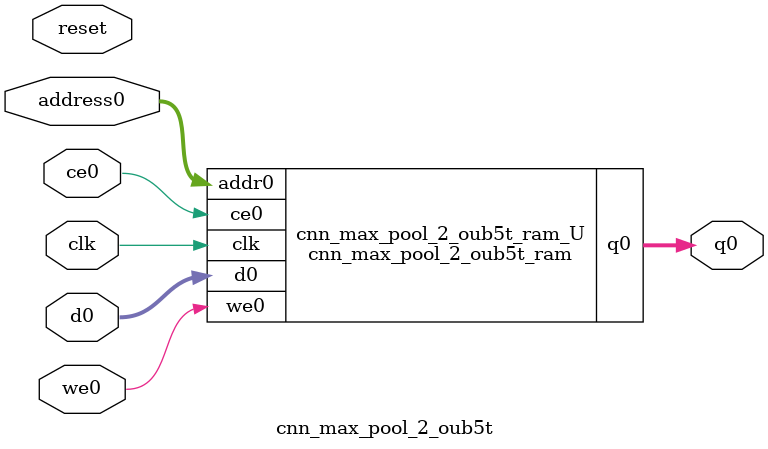
<source format=v>
`timescale 1 ns / 1 ps
module cnn_max_pool_2_oub5t_ram (addr0, ce0, d0, we0, q0,  clk);

parameter DWIDTH = 14;
parameter AWIDTH = 9;
parameter MEM_SIZE = 400;

input[AWIDTH-1:0] addr0;
input ce0;
input[DWIDTH-1:0] d0;
input we0;
output reg[DWIDTH-1:0] q0;
input clk;

(* ram_style = "block" *)reg [DWIDTH-1:0] ram[0:MEM_SIZE-1];




always @(posedge clk)  
begin 
    if (ce0) 
    begin
        if (we0) 
        begin 
            ram[addr0] <= d0; 
        end 
        q0 <= ram[addr0];
    end
end


endmodule

`timescale 1 ns / 1 ps
module cnn_max_pool_2_oub5t(
    reset,
    clk,
    address0,
    ce0,
    we0,
    d0,
    q0);

parameter DataWidth = 32'd14;
parameter AddressRange = 32'd400;
parameter AddressWidth = 32'd9;
input reset;
input clk;
input[AddressWidth - 1:0] address0;
input ce0;
input we0;
input[DataWidth - 1:0] d0;
output[DataWidth - 1:0] q0;



cnn_max_pool_2_oub5t_ram cnn_max_pool_2_oub5t_ram_U(
    .clk( clk ),
    .addr0( address0 ),
    .ce0( ce0 ),
    .we0( we0 ),
    .d0( d0 ),
    .q0( q0 ));

endmodule


</source>
